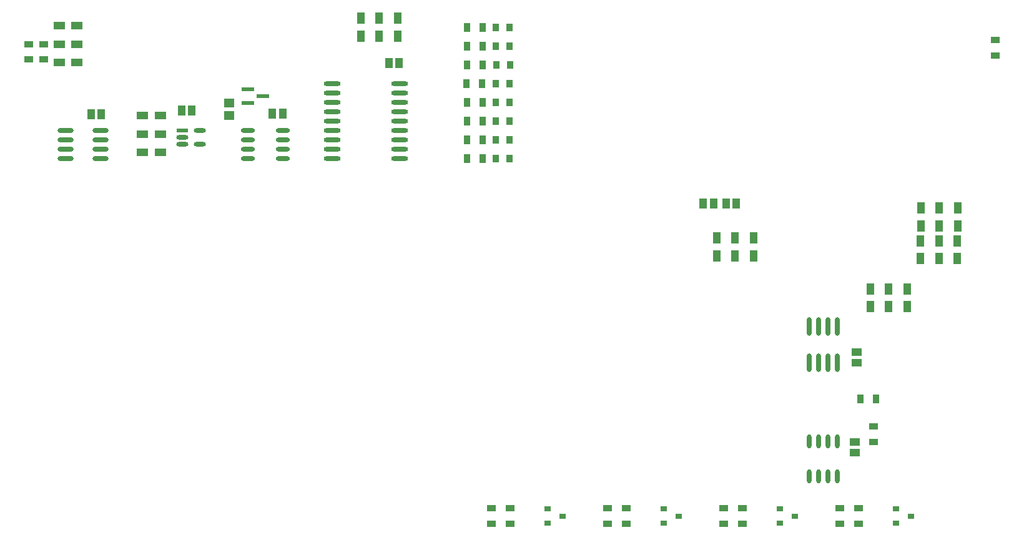
<source format=gtp>
G04*
G04 #@! TF.GenerationSoftware,Altium Limited,Altium Designer,23.4.1 (23)*
G04*
G04 Layer_Color=8421504*
%FSLAX25Y25*%
%MOIN*%
G70*
G04*
G04 #@! TF.SameCoordinates,E68B94D6-D60F-444A-AFFC-629A5A92400F*
G04*
G04*
G04 #@! TF.FilePolarity,Positive*
G04*
G01*
G75*
%ADD19R,0.03937X0.06299*%
%ADD20O,0.09055X0.02362*%
%ADD21O,0.02756X0.09843*%
%ADD22O,0.02362X0.07480*%
%ADD23R,0.04724X0.03543*%
%ADD24R,0.03543X0.04724*%
%ADD25R,0.05339X0.04349*%
%ADD26R,0.03543X0.03150*%
%ADD27R,0.03543X0.04331*%
%ADD28R,0.04331X0.05315*%
%ADD29R,0.06299X0.03937*%
%ADD30R,0.04349X0.05339*%
%ADD31O,0.07480X0.02362*%
G04:AMPARAMS|DCode=32|XSize=64.5mil|YSize=24.33mil|CornerRadius=12.17mil|HoleSize=0mil|Usage=FLASHONLY|Rotation=0.000|XOffset=0mil|YOffset=0mil|HoleType=Round|Shape=RoundedRectangle|*
%AMROUNDEDRECTD32*
21,1,0.06450,0.00000,0,0,0.0*
21,1,0.04017,0.02433,0,0,0.0*
1,1,0.02433,0.02009,0.00000*
1,1,0.02433,-0.02009,0.00000*
1,1,0.02433,-0.02009,0.00000*
1,1,0.02433,0.02009,0.00000*
%
%ADD32ROUNDEDRECTD32*%
%ADD33R,0.06450X0.02433*%
%ADD34R,0.05512X0.04724*%
%ADD35O,0.08661X0.02362*%
%ADD36R,0.07087X0.02362*%
D19*
X350157Y460276D02*
D03*
X360000D02*
D03*
X369843D02*
D03*
X350157Y469724D02*
D03*
X360000D02*
D03*
X369843D02*
D03*
X641843Y325224D02*
D03*
X632000D02*
D03*
X622157D02*
D03*
X641843Y315776D02*
D03*
X632000D02*
D03*
X622157D02*
D03*
X649157Y359051D02*
D03*
X659000D02*
D03*
X668843D02*
D03*
X649157Y368500D02*
D03*
X659000D02*
D03*
X668843D02*
D03*
X649000Y341500D02*
D03*
X658843D02*
D03*
X668685D02*
D03*
X649000Y350949D02*
D03*
X658843D02*
D03*
X668685D02*
D03*
X540158Y343000D02*
D03*
X550000D02*
D03*
X559842D02*
D03*
X540158Y352449D02*
D03*
X550000D02*
D03*
X559842D02*
D03*
D20*
X370827Y395000D02*
D03*
Y400000D02*
D03*
Y405000D02*
D03*
Y410000D02*
D03*
Y415000D02*
D03*
Y420000D02*
D03*
Y425000D02*
D03*
Y430000D02*
D03*
Y435000D02*
D03*
X335000Y395000D02*
D03*
Y400000D02*
D03*
Y405000D02*
D03*
Y410000D02*
D03*
Y415000D02*
D03*
Y420000D02*
D03*
Y425000D02*
D03*
Y430000D02*
D03*
Y435000D02*
D03*
D21*
X589500Y285854D02*
D03*
X594500D02*
D03*
X599500D02*
D03*
X604500D02*
D03*
X589500Y305146D02*
D03*
X594500D02*
D03*
X599500D02*
D03*
X604500D02*
D03*
D22*
Y243752D02*
D03*
X599500D02*
D03*
X594500D02*
D03*
X589500D02*
D03*
X604500Y225248D02*
D03*
X599500D02*
D03*
X594500D02*
D03*
X589500D02*
D03*
D23*
X624000Y251768D02*
D03*
Y243500D02*
D03*
X616000Y199866D02*
D03*
Y208134D02*
D03*
X606000Y199866D02*
D03*
Y208134D02*
D03*
X554000Y199866D02*
D03*
Y208134D02*
D03*
X544000Y199866D02*
D03*
Y208134D02*
D03*
X420000Y199866D02*
D03*
Y208134D02*
D03*
X430000Y199866D02*
D03*
Y208134D02*
D03*
X482000Y199866D02*
D03*
Y208134D02*
D03*
X492000Y199866D02*
D03*
Y208134D02*
D03*
X689000Y449866D02*
D03*
Y458134D02*
D03*
X181000Y456000D02*
D03*
Y447732D02*
D03*
X173000Y456000D02*
D03*
Y447732D02*
D03*
D24*
X616866Y266500D02*
D03*
X625134D02*
D03*
X415134Y395000D02*
D03*
X406866D02*
D03*
X415134Y405000D02*
D03*
X406866D02*
D03*
X415134Y455000D02*
D03*
X406866D02*
D03*
X415134Y465000D02*
D03*
X406866D02*
D03*
X415134Y445000D02*
D03*
X406866D02*
D03*
X415000Y435000D02*
D03*
X406732D02*
D03*
X415134Y415000D02*
D03*
X406866D02*
D03*
X415134Y425000D02*
D03*
X406866D02*
D03*
D25*
X614000Y243500D02*
D03*
Y237943D02*
D03*
X615000Y285943D02*
D03*
Y291500D02*
D03*
D26*
X643937Y204000D02*
D03*
X636063Y200260D02*
D03*
Y207740D02*
D03*
X581937Y204000D02*
D03*
X574063Y200260D02*
D03*
Y207740D02*
D03*
X519937Y204000D02*
D03*
X512063Y200260D02*
D03*
Y207740D02*
D03*
X457937Y204000D02*
D03*
X450063Y200260D02*
D03*
Y207740D02*
D03*
D27*
X430000Y445000D02*
D03*
X422520D02*
D03*
X429740Y395000D02*
D03*
X422260D02*
D03*
X429740Y405000D02*
D03*
X422260D02*
D03*
X429740Y455000D02*
D03*
X422260D02*
D03*
X429740Y435000D02*
D03*
X422260D02*
D03*
X429740Y415000D02*
D03*
X422260D02*
D03*
X429740Y465000D02*
D03*
X422260D02*
D03*
X429740Y425000D02*
D03*
X422260D02*
D03*
D28*
X533000Y371000D02*
D03*
X538512D02*
D03*
X545244D02*
D03*
X550756D02*
D03*
D29*
X243224Y398158D02*
D03*
Y408000D02*
D03*
Y417842D02*
D03*
X233776Y398158D02*
D03*
Y408000D02*
D03*
Y417842D02*
D03*
X189276Y465842D02*
D03*
Y456000D02*
D03*
Y446158D02*
D03*
X198724Y465842D02*
D03*
Y456000D02*
D03*
Y446158D02*
D03*
D30*
X254500Y420500D02*
D03*
X260057D02*
D03*
X211779Y418500D02*
D03*
X206221D02*
D03*
X308500Y419000D02*
D03*
X302943D02*
D03*
X370779Y446000D02*
D03*
X365221D02*
D03*
D31*
X308504Y395000D02*
D03*
Y400000D02*
D03*
Y405000D02*
D03*
Y410000D02*
D03*
X290000Y395000D02*
D03*
Y400000D02*
D03*
Y405000D02*
D03*
Y410000D02*
D03*
D32*
X264183D02*
D03*
Y402520D02*
D03*
X255000D02*
D03*
Y406260D02*
D03*
D33*
Y410000D02*
D03*
D34*
X280000Y424500D02*
D03*
Y417807D02*
D03*
D35*
X211449Y395000D02*
D03*
Y400000D02*
D03*
Y405000D02*
D03*
Y410000D02*
D03*
X192551Y395000D02*
D03*
Y400000D02*
D03*
Y405000D02*
D03*
Y410000D02*
D03*
D36*
X290000Y432000D02*
D03*
Y424520D02*
D03*
X297874Y428260D02*
D03*
M02*

</source>
